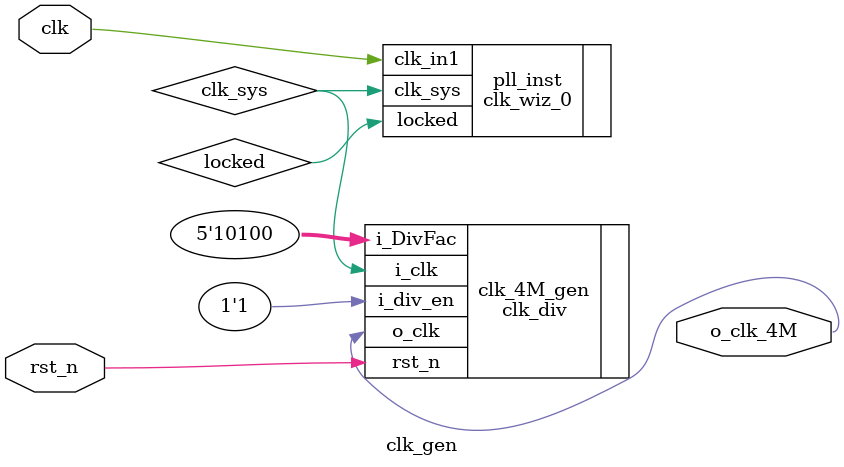
<source format=v>

module clk_gen(
input  clk      ,
input  rst_n    ,
output o_clk_4M  
);

wire  locked  ;
wire  clk_sys ;

clk_wiz_0 pll_inst
 (
  .clk_sys  (clk_sys  ),  //80M
  .locked   (locked   ),
  .clk_in1  (clk      )
 );

 clk_div#(
    .DivWidth (5)
) clk_4M_gen
  (
      .i_DivFac(5'd20    ),
      .i_div_en(1'b1     ),
      .i_clk   (clk_sys  ),
      .rst_n   (rst_n    ),
      .o_clk   (o_clk_4M )
 );

endmodule
</source>
